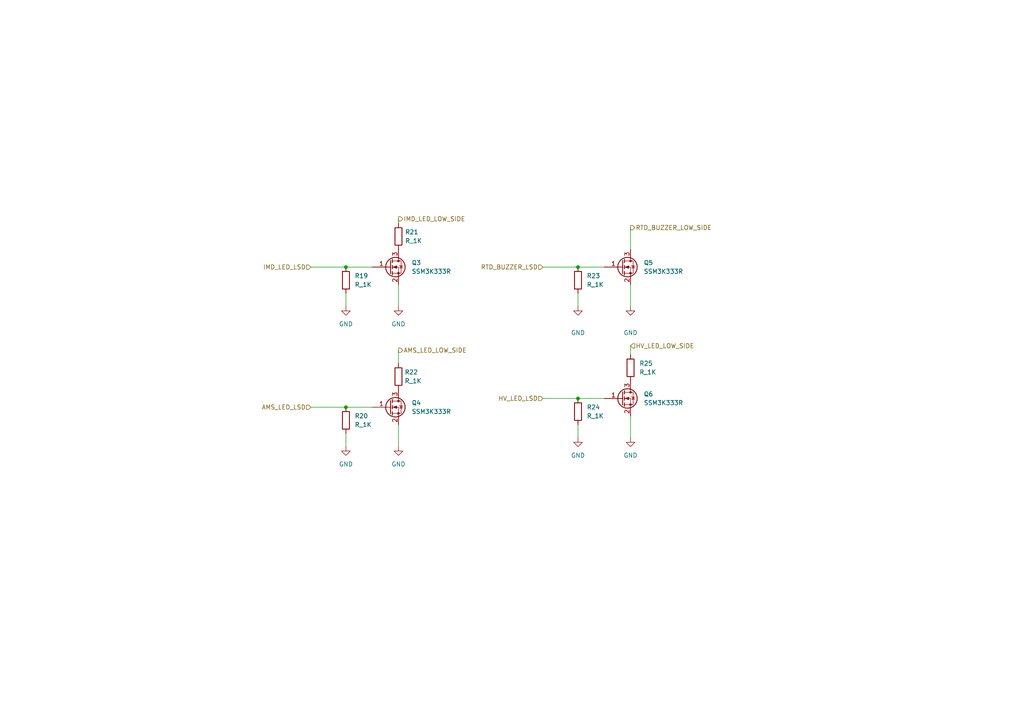
<source format=kicad_sch>
(kicad_sch (version 20231120) (generator "eeschema") (generator_version "8.0")
  (paper "A4")
  (lib_symbols
    (symbol "GND_1" (power) (pin_names (offset 0))
      (property "Value" "GND_1" (at 0 -3.81 0))
      (symbol "GND_1_0_1"
        (polyline (pts (xy 0 0) (xy 0 -1.27) (xy 1.27 -1.27) (xy 0 -2.54) (xy -1.27 -1.27) (xy 0 -1.27)))
      )
      (symbol "GND_1_1_1"
        (pin power_in line (at 0 0 270) (length 0) hide (name "GND") (number "1"))
      )
    )
    (symbol "GND_2" (power) (pin_names (offset 0))
      (property "Value" "GND_2" (at 0 -3.81 0))
      (symbol "GND_2_0_1"
        (polyline (pts (xy 0 0) (xy 0 -1.27) (xy 1.27 -1.27) (xy 0 -2.54) (xy -1.27 -1.27) (xy 0 -1.27)))
      )
      (symbol "GND_2_1_1"
        (pin power_in line (at 0 0 270) (length 0) hide (name "GND") (number "1"))
      )
    )
    (symbol "GND_3" (power) (pin_names (offset 0))
      (property "Value" "GND_3" (at 0 -3.81 0))
      (symbol "GND_3_0_1"
        (polyline (pts (xy 0 0) (xy 0 -1.27) (xy 1.27 -1.27) (xy 0 -2.54) (xy -1.27 -1.27) (xy 0 -1.27)))
      )
      (symbol "GND_3_1_1"
        (pin power_in line (at 0 0 270) (length 0) hide (name "GND") (number "1"))
      )
    )
    (symbol "GND_4" (power) (pin_names (offset 0))
      (property "Value" "GND_4" (at 0 -3.81 0))
      (symbol "GND_4_0_1"
        (polyline (pts (xy 0 0) (xy 0 -1.27) (xy 1.27 -1.27) (xy 0 -2.54) (xy -1.27 -1.27) (xy 0 -1.27)))
      )
      (symbol "GND_4_1_1"
        (pin power_in line (at 0 0 270) (length 0) hide (name "GND") (number "1"))
      )
    )
    (symbol "GND_5" (power) (pin_names (offset 0))
      (property "Value" "GND_5" (at 0 -3.81 0))
      (symbol "GND_5_0_1"
        (polyline (pts (xy 0 0) (xy 0 -1.27) (xy 1.27 -1.27) (xy 0 -2.54) (xy -1.27 -1.27) (xy 0 -1.27)))
      )
      (symbol "GND_5_1_1"
        (pin power_in line (at 0 0 270) (length 0) hide (name "GND") (number "1"))
      )
    )
    (symbol "GND_6" (power) (pin_names (offset 0))
      (property "Value" "GND_6" (at 0 -3.81 0))
      (symbol "GND_6_0_1"
        (polyline (pts (xy 0 0) (xy 0 -1.27) (xy 1.27 -1.27) (xy 0 -2.54) (xy -1.27 -1.27) (xy 0 -1.27)))
      )
      (symbol "GND_6_1_1"
        (pin power_in line (at 0 0 270) (length 0) hide (name "GND") (number "1"))
      )
    )
    (symbol "GND_7" (power) (pin_names (offset 0))
      (property "Value" "GND_7" (at 0 -3.81 0))
      (symbol "GND_7_0_1"
        (polyline (pts (xy 0 0) (xy 0 -1.27) (xy 1.27 -1.27) (xy 0 -2.54) (xy -1.27 -1.27) (xy 0 -1.27)))
      )
      (symbol "GND_7_1_1"
        (pin power_in line (at 0 0 270) (length 0) hide (name "GND") (number "1"))
      )
    )
    (symbol "formula:R_1K" (pin_numbers hide) (pin_names (offset 0))
      (property "Reference" "R" (at 2.032 0 90))
      (property "Value" "R_1K" (at -2.54 0 90))
      (symbol "R_1K_0_1"
        (rectangle (start -1.016 -2.54) (end 1.016 2.54) (stroke (width 0.254)))
      )
      (symbol "R_1K_1_1"
        (pin passive line (at 0 3.81 270) (length 1.27) (name "~") (number "1"))
        (pin passive line (at 0 -3.81 90) (length 1.27) (name "~") (number "2"))
      )
    )
    (symbol "formula:SSM3K333R" (pin_names (offset 0) hide)
      (property "Reference" "Q" (at 5.08 1.905 0))
      (property "Value" "SSM3K333R" (at 5.08 0 0))
      (symbol "SSM3K333R_0_1"
        (polyline (pts (xy 0.762 -1.778) (xy 2.54 -1.778)))
        (polyline (pts (xy 0.762 -1.27) (xy 0.762 -2.286)) (stroke (width 0.254)))
        (polyline (pts (xy 0.762 0) (xy 2.54 0)))
        (polyline (pts (xy 0.762 0.508) (xy 0.762 -0.508)) (stroke (width 0.254)))
        (polyline (pts (xy 0.762 1.778) (xy 2.54 1.778)))
        (polyline (pts (xy 0.762 2.286) (xy 0.762 1.27)) (stroke (width 0.254)))
        (polyline (pts (xy 2.54 -1.778) (xy 2.54 -2.54)))
        (polyline (pts (xy 2.54 -1.778) (xy 2.54 0)))
        (polyline (pts (xy 2.54 2.54) (xy 2.54 1.778)))
        (polyline (pts (xy 0.254 1.905) (xy 0.254 -1.905) (xy 0.254 -1.905)) (stroke (width 0.254)))
        (polyline (pts (xy 1.016 0) (xy 2.032 0.381) (xy 2.032 -0.381) (xy 1.016 0)) (fill (type outline)))
        (polyline (pts (xy 2.54 -1.778) (xy 3.302 -1.778) (xy 3.302 1.778) (xy 2.54 1.778)))
        (polyline (pts (xy 2.794 0.508) (xy 2.921 0.381) (xy 3.683 0.381) (xy 3.81 0.254)))
        (polyline (pts (xy 3.302 0.381) (xy 2.921 -0.254) (xy 3.683 -0.254) (xy 3.302 0.381)))
        (circle (center 1.651 0) (radius 2.8194) (stroke (width 0.254)))
        (circle (center 2.54 -1.778) (radius 0.2794) (fill (type outline)))
        (circle (center 2.54 1.778) (radius 0.2794) (fill (type outline)))
      )
      (symbol "SSM3K333R_1_1"
        (pin input line (at -5.08 0 0) (length 5.334) (name "G") (number "1"))
        (pin passive line (at 2.54 -5.08 90) (length 2.54) (name "S") (number "2"))
        (pin passive line (at 2.54 5.08 270) (length 2.54) (name "D") (number "3"))
      )
    )
    (symbol "power:GND" (power) (pin_names (offset 0))
      (property "Value" "GND" (at 0 -3.81 0))
      (symbol "GND_0_1"
        (polyline (pts (xy 0 0) (xy 0 -1.27) (xy 1.27 -1.27) (xy 0 -2.54) (xy -1.27 -1.27) (xy 0 -1.27)))
      )
      (symbol "GND_1_1"
        (pin power_in line (at 0 0 270) (length 0) hide (name "GND") (number "1"))
      )
    )
  )
  (junction (at 167.64 77.47))
  (junction (at 100.33 118.11))
  (junction (at 100.33 77.47))
  (junction (at 167.64 115.57))
  (wire (pts (xy 100.33 77.47) (xy 107.95 77.47)))
  (wire (pts (xy 115.57 101.6) (xy 115.57 105.41)))
  (wire (pts (xy 167.64 77.47) (xy 175.26 77.47)))
  (wire (pts (xy 157.48 115.57) (xy 167.64 115.57)))
  (wire (pts (xy 182.88 100.33) (xy 182.88 102.87)))
  (wire (pts (xy 167.64 85.09) (xy 167.64 88.9)))
  (wire (pts (xy 100.33 118.11) (xy 107.95 118.11)))
  (wire (pts (xy 167.64 115.57) (xy 175.26 115.57)))
  (wire (pts (xy 100.33 85.09) (xy 100.33 88.9)))
  (wire (pts (xy 115.57 82.55) (xy 115.57 88.9)))
  (wire (pts (xy 115.57 63.5) (xy 115.57 64.77)))
  (wire (pts (xy 182.88 120.65) (xy 182.88 127)))
  (wire (pts (xy 167.64 123.19) (xy 167.64 127)))
  (wire (pts (xy 90.17 77.47) (xy 100.33 77.47)))
  (wire (pts (xy 90.17 118.11) (xy 100.33 118.11)))
  (wire (pts (xy 182.88 66.04) (xy 182.88 72.39)))
  (wire (pts (xy 182.88 82.55) (xy 182.88 88.9)))
  (wire (pts (xy 157.48 77.47) (xy 167.64 77.47)))
  (wire (pts (xy 100.33 125.73) (xy 100.33 129.54)))
  (wire (pts (xy 115.57 123.19) (xy 115.57 129.54)))
  (hierarchical_label "IMD_LED_LSD" (shape input) (at 90.17 77.47 180))
  (hierarchical_label "RTD_BUZZER_LOW_SIDE" (shape output) (at 182.88 66.04 0))
  (hierarchical_label "AMS_LED_LSD" (shape input) (at 90.17 118.11 180))
  (hierarchical_label "HV_LED_LOW_SIDE" (shape input) (at 182.88 100.33 0))
  (hierarchical_label "RTD_BUZZER_LSD" (shape input) (at 157.48 77.47 180))
  (hierarchical_label "AMS_LED_LOW_SIDE" (shape output) (at 115.57 101.6 0))
  (hierarchical_label "HV_LED_LSD" (shape input) (at 157.48 115.57 180))
  (hierarchical_label "IMD_LED_LOW_SIDE" (shape output) (at 115.57 63.5 0))
  (symbol (lib_name "GND_7") (lib_id "power:GND") (at 182.88 127 0) (unit 1)
    (property "Reference" "#PWR?" (effects (hide yes)))
    (property "Value" "GND" (at 182.88 132.08 0))
  )
  (symbol (lib_name "GND_3") (lib_id "power:GND") (at 100.33 129.54 0) (unit 1)
    (property "Reference" "#PWR?" (effects (hide yes)))
    (property "Value" "GND" (at 100.33 134.62 0))
  )
  (symbol (lib_id "formula:R_1K") (at 115.57 109.22 0) (unit 1)
    (property "Reference" "R22" (at 117.348 107.9499 0) (effects (justify left)))
    (property "Value" "R_1K" (at 117.348 110.4899 0) (effects (justify left)))
    (property "Footprint" "Resistor_SMD:R_0603_1608Metric_Pad0.98x0.95mm_HandSolder" (effects (hide yes)))
    (property "Datasheet" "https://www.seielect.com/Catalog/SEI-rncp.pdf" (effects (hide yes)))
    (property "MFN" "DK" (effects (hide yes)))
    (property "MPN" "RNCP0805FTD1K00CT-ND" (effects (hide yes)))
    (property "PurchasingLink" "https://www.digikey.com/products/en?keywords=RNCP0805FTD1K00CT-ND" (effects (hide yes)))
  )
  (symbol (lib_id "formula:R_1K") (at 115.57 68.58 0) (unit 1)
    (property "Reference" "R21" (at 117.475 67.3099 0) (effects (justify left)))
    (property "Value" "R_1K" (at 117.475 69.8499 0) (effects (justify left)))
    (property "Footprint" "Resistor_SMD:R_0603_1608Metric_Pad0.98x0.95mm_HandSolder" (effects (hide yes)))
    (property "Datasheet" "https://www.seielect.com/Catalog/SEI-rncp.pdf" (effects (hide yes)))
    (property "MFN" "DK" (effects (hide yes)))
    (property "MPN" "RNCP0805FTD1K00CT-ND" (effects (hide yes)))
    (property "PurchasingLink" "https://www.digikey.com/products/en?keywords=RNCP0805FTD1K00CT-ND" (effects (hide yes)))
  )
  (symbol (lib_name "GND_6") (lib_id "power:GND") (at 167.64 127 0) (unit 1)
    (property "Reference" "#PWR?" (effects (hide yes)))
    (property "Value" "GND" (at 167.64 132.08 0))
  )
  (symbol (lib_id "formula:R_1K") (at 100.33 121.92 0) (unit 1)
    (property "Reference" "R20" (at 102.87 120.6499 0) (effects (justify left)))
    (property "Value" "R_1K" (at 102.87 123.1899 0) (effects (justify left)))
    (property "Footprint" "Resistor_SMD:R_0603_1608Metric_Pad0.98x0.95mm_HandSolder" (effects (hide yes)))
    (property "Datasheet" "https://www.seielect.com/Catalog/SEI-rncp.pdf" (effects (hide yes)))
    (property "MFN" "DK" (effects (hide yes)))
    (property "MPN" "RNCP0805FTD1K00CT-ND" (effects (hide yes)))
    (property "PurchasingLink" "https://www.digikey.com/products/en?keywords=RNCP0805FTD1K00CT-ND" (effects (hide yes)))
  )
  (symbol (lib_name "GND_4") (lib_id "power:GND") (at 100.33 88.9 0) (unit 1)
    (property "Reference" "#PWR?" (effects (hide yes)))
    (property "Value" "GND" (at 100.33 93.98 0))
  )
  (symbol (lib_name "GND_2") (lib_id "power:GND") (at 167.64 88.9 0) (unit 1)
    (property "Reference" "#PWR?" (effects (hide yes)))
    (property "Value" "GND" (at 167.64 96.52 0))
  )
  (symbol (lib_id "power:GND") (at 182.88 88.9 0) (unit 1)
    (property "Reference" "#PWR?" (effects (hide yes)))
    (property "Value" "GND" (at 182.88 96.52 0))
  )
  (symbol (lib_id "formula:SSM3K333R") (at 180.34 115.57 0) (unit 1)
    (property "Reference" "Q6" (at 186.69 114.2999 0) (effects (justify left)))
    (property "Value" "SSM3K333R" (at 186.69 116.8399 0) (effects (justify left)))
    (property "Footprint" "footprints:SOT-23F" (effects (hide yes)))
    (property "Datasheet" "https://drive.google.com/drive/folders/0B-V-iZf33Y4GNzhDQTJZanJRbVk" (effects (hide yes)))
    (property "MFN" "DK" (effects (hide yes)))
    (property "MPN" "SSM3K333RLFCT-ND" (effects (hide yes)))
    (property "PurchasingLink" "https://www.digikey.com/product-detail/en/toshiba-semiconductor-and-storage/SSM3K333RLF/SSM3K333RLFCT-ND/3522391" (effects (hide yes)))
  )
  (symbol (lib_id "formula:R_1K") (at 167.64 81.28 0) (unit 1)
    (property "Reference" "R23" (at 170.18 80.0099 0) (effects (justify left)))
    (property "Value" "R_1K" (at 170.18 82.5499 0) (effects (justify left)))
    (property "Footprint" "Resistor_SMD:R_0603_1608Metric_Pad0.98x0.95mm_HandSolder" (effects (hide yes)))
    (property "Datasheet" "https://www.seielect.com/Catalog/SEI-rncp.pdf" (effects (hide yes)))
    (property "MFN" "DK" (effects (hide yes)))
    (property "MPN" "RNCP0805FTD1K00CT-ND" (effects (hide yes)))
    (property "PurchasingLink" "https://www.digikey.com/products/en?keywords=RNCP0805FTD1K00CT-ND" (effects (hide yes)))
  )
  (symbol (lib_id "formula:SSM3K333R") (at 113.03 77.47 0) (unit 1)
    (property "Reference" "Q3" (at 119.38 76.1999 0) (effects (justify left)))
    (property "Value" "SSM3K333R" (at 119.38 78.7399 0) (effects (justify left)))
    (property "Footprint" "footprints:SOT-23F" (effects (hide yes)))
    (property "Datasheet" "https://drive.google.com/drive/folders/0B-V-iZf33Y4GNzhDQTJZanJRbVk" (effects (hide yes)))
    (property "MFN" "DK" (effects (hide yes)))
    (property "MPN" "SSM3K333RLFCT-ND" (effects (hide yes)))
    (property "PurchasingLink" "https://www.digikey.com/product-detail/en/toshiba-semiconductor-and-storage/SSM3K333RLF/SSM3K333RLFCT-ND/3522391" (effects (hide yes)))
  )
  (symbol (lib_name "GND_5") (lib_id "power:GND") (at 115.57 129.54 0) (unit 1)
    (property "Reference" "#PWR?" (effects (hide yes)))
    (property "Value" "GND" (at 115.57 134.62 0))
  )
  (symbol (lib_id "formula:R_1K") (at 100.33 81.28 0) (unit 1)
    (property "Reference" "R19" (at 102.87 80.0099 0) (effects (justify left)))
    (property "Value" "R_1K" (at 102.87 82.5499 0) (effects (justify left)))
    (property "Footprint" "Resistor_SMD:R_0603_1608Metric_Pad0.98x0.95mm_HandSolder" (effects (hide yes)))
    (property "Datasheet" "https://www.seielect.com/Catalog/SEI-rncp.pdf" (effects (hide yes)))
    (property "MFN" "DK" (effects (hide yes)))
    (property "MPN" "RNCP0805FTD1K00CT-ND" (effects (hide yes)))
    (property "PurchasingLink" "https://www.digikey.com/products/en?keywords=RNCP0805FTD1K00CT-ND" (effects (hide yes)))
  )
  (symbol (lib_id "formula:R_1K") (at 182.88 106.68 0) (unit 1)
    (property "Reference" "R25" (at 185.42 105.4099 0) (effects (justify left)))
    (property "Value" "R_1K" (at 185.42 107.9499 0) (effects (justify left)))
    (property "Footprint" "Resistor_SMD:R_0603_1608Metric_Pad0.98x0.95mm_HandSolder" (effects (hide yes)))
    (property "Datasheet" "https://www.seielect.com/Catalog/SEI-rncp.pdf" (effects (hide yes)))
    (property "MFN" "DK" (effects (hide yes)))
    (property "MPN" "RNCP0805FTD1K00CT-ND" (effects (hide yes)))
    (property "PurchasingLink" "https://www.digikey.com/products/en?keywords=RNCP0805FTD1K00CT-ND" (effects (hide yes)))
  )
  (symbol (lib_id "formula:SSM3K333R") (at 113.03 118.11 0) (unit 1)
    (property "Reference" "Q4" (at 119.38 116.8399 0) (effects (justify left)))
    (property "Value" "SSM3K333R" (at 119.38 119.3799 0) (effects (justify left)))
    (property "Footprint" "footprints:SOT-23F" (effects (hide yes)))
    (property "Datasheet" "https://drive.google.com/drive/folders/0B-V-iZf33Y4GNzhDQTJZanJRbVk" (effects (hide yes)))
    (property "MFN" "DK" (effects (hide yes)))
    (property "MPN" "SSM3K333RLFCT-ND" (effects (hide yes)))
    (property "PurchasingLink" "https://www.digikey.com/product-detail/en/toshiba-semiconductor-and-storage/SSM3K333RLF/SSM3K333RLFCT-ND/3522391" (effects (hide yes)))
  )
  (symbol (lib_id "formula:SSM3K333R") (at 180.34 77.47 0) (unit 1)
    (property "Reference" "Q5" (at 186.69 76.1999 0) (effects (justify left)))
    (property "Value" "SSM3K333R" (at 186.69 78.7399 0) (effects (justify left)))
    (property "Footprint" "footprints:SOT-23F" (effects (hide yes)))
    (property "Datasheet" "https://drive.google.com/drive/folders/0B-V-iZf33Y4GNzhDQTJZanJRbVk" (effects (hide yes)))
    (property "MFN" "DK" (effects (hide yes)))
    (property "MPN" "SSM3K333RLFCT-ND" (effects (hide yes)))
    (property "PurchasingLink" "https://www.digikey.com/product-detail/en/toshiba-semiconductor-and-storage/SSM3K333RLF/SSM3K333RLFCT-ND/3522391" (effects (hide yes)))
  )
  (symbol (lib_id "formula:R_1K") (at 167.64 119.38 0) (unit 1)
    (property "Reference" "R24" (at 170.18 118.1099 0) (effects (justify left)))
    (property "Value" "R_1K" (at 170.18 120.6499 0) (effects (justify left)))
    (property "Footprint" "Resistor_SMD:R_0603_1608Metric_Pad0.98x0.95mm_HandSolder" (effects (hide yes)))
    (property "Datasheet" "https://www.seielect.com/Catalog/SEI-rncp.pdf" (effects (hide yes)))
    (property "MFN" "DK" (effects (hide yes)))
    (property "MPN" "RNCP0805FTD1K00CT-ND" (effects (hide yes)))
    (property "PurchasingLink" "https://www.digikey.com/products/en?keywords=RNCP0805FTD1K00CT-ND" (effects (hide yes)))
  )
  (symbol (lib_name "GND_1") (lib_id "power:GND") (at 115.57 88.9 0) (unit 1)
    (property "Reference" "#PWR?" (effects (hide yes)))
    (property "Value" "GND" (at 115.57 93.98 0))
  )
)
</source>
